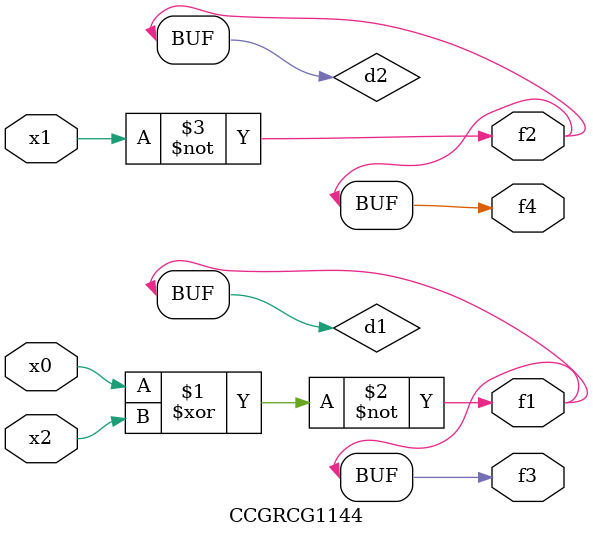
<source format=v>
module CCGRCG1144(
	input x0, x1, x2,
	output f1, f2, f3, f4
);

	wire d1, d2, d3;

	xnor (d1, x0, x2);
	nand (d2, x1);
	nor (d3, x1, x2);
	assign f1 = d1;
	assign f2 = d2;
	assign f3 = d1;
	assign f4 = d2;
endmodule

</source>
